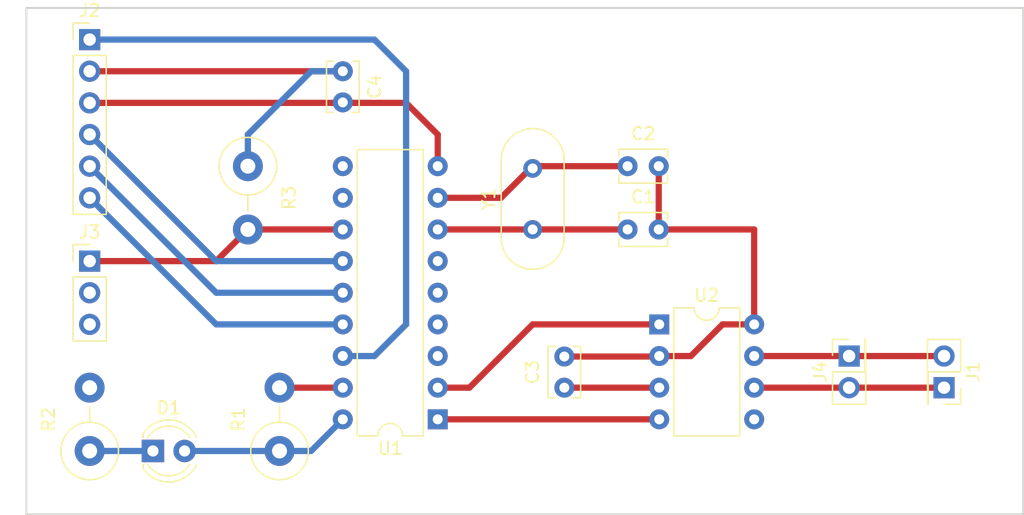
<source format=kicad_pcb>
(kicad_pcb (version 4) (host pcbnew 4.0.6)

  (general
    (links 35)
    (no_connects 7)
    (area 76.124999 50.724999 156.285001 91.515001)
    (thickness 1.6)
    (drawings 4)
    (tracks 50)
    (zones 0)
    (modules 15)
    (nets 16)
  )

  (page A4)
  (layers
    (0 F.Cu signal)
    (31 B.Cu signal)
    (32 B.Adhes user)
    (33 F.Adhes user)
    (34 B.Paste user)
    (35 F.Paste user)
    (36 B.SilkS user)
    (37 F.SilkS user)
    (38 B.Mask user)
    (39 F.Mask user)
    (40 Dwgs.User user)
    (41 Cmts.User user)
    (42 Eco1.User user)
    (43 Eco2.User user)
    (44 Edge.Cuts user)
    (45 Margin user)
    (46 B.CrtYd user)
    (47 F.CrtYd user)
    (48 B.Fab user)
    (49 F.Fab user)
  )

  (setup
    (last_trace_width 0.5)
    (trace_clearance 0.2)
    (zone_clearance 0.508)
    (zone_45_only no)
    (trace_min 0.2)
    (segment_width 0.2)
    (edge_width 0.15)
    (via_size 0.6)
    (via_drill 0.4)
    (via_min_size 0.4)
    (via_min_drill 0.3)
    (uvia_size 0.3)
    (uvia_drill 0.1)
    (uvias_allowed no)
    (uvia_min_size 0.2)
    (uvia_min_drill 0.1)
    (pcb_text_width 0.3)
    (pcb_text_size 1.5 1.5)
    (mod_edge_width 0.15)
    (mod_text_size 1 1)
    (mod_text_width 0.15)
    (pad_size 1.524 1.524)
    (pad_drill 0.762)
    (pad_to_mask_clearance 0.2)
    (aux_axis_origin 0 0)
    (visible_elements FFFFFF7F)
    (pcbplotparams
      (layerselection 0x00030_80000001)
      (usegerberextensions false)
      (excludeedgelayer true)
      (linewidth 0.100000)
      (plotframeref false)
      (viasonmask false)
      (mode 1)
      (useauxorigin false)
      (hpglpennumber 1)
      (hpglpenspeed 20)
      (hpglpendiameter 15)
      (hpglpenoverlay 2)
      (psnegative false)
      (psa4output false)
      (plotreference true)
      (plotvalue true)
      (plotinvisibletext false)
      (padsonsilk false)
      (subtractmaskfromsilk false)
      (outputformat 1)
      (mirror false)
      (drillshape 1)
      (scaleselection 1)
      (outputdirectory ""))
  )

  (net 0 "")
  (net 1 "Net-(C1-Pad1)")
  (net 2 GND)
  (net 3 "Net-(C2-Pad1)")
  (net 4 VCC)
  (net 5 "Net-(D1-Pad1)")
  (net 6 /CANL)
  (net 7 /CANH)
  (net 8 /CS)
  (net 9 /MOSI)
  (net 10 /SCK)
  (net 11 /MISO)
  (net 12 /INT)
  (net 13 /TXCAN)
  (net 14 /RXCAN)
  (net 15 "Net-(R1-Pad2)")

  (net_class Default "This is the default net class."
    (clearance 0.2)
    (trace_width 0.5)
    (via_dia 0.6)
    (via_drill 0.4)
    (uvia_dia 0.3)
    (uvia_drill 0.1)
    (add_net /CANH)
    (add_net /CANL)
    (add_net /CS)
    (add_net /INT)
    (add_net /MISO)
    (add_net /MOSI)
    (add_net /RXCAN)
    (add_net /SCK)
    (add_net /TXCAN)
    (add_net GND)
    (add_net "Net-(C1-Pad1)")
    (add_net "Net-(C2-Pad1)")
    (add_net "Net-(D1-Pad1)")
    (add_net "Net-(R1-Pad2)")
    (add_net VCC)
  )

  (module Capacitors_THT:C_Disc_D3.8mm_W2.6mm_P2.50mm (layer F.Cu) (tedit 597BC7C2) (tstamp 59F21CBB)
    (at 124.46 68.58)
    (descr "C, Disc series, Radial, pin pitch=2.50mm, , diameter*width=3.8*2.6mm^2, Capacitor, http://www.vishay.com/docs/45233/krseries.pdf")
    (tags "C Disc series Radial pin pitch 2.50mm  diameter 3.8mm width 2.6mm Capacitor")
    (path /59F20AE5)
    (fp_text reference C1 (at 1.25 -2.61) (layer F.SilkS)
      (effects (font (size 1 1) (thickness 0.15)))
    )
    (fp_text value 22pF (at 1.25 2.61) (layer F.Fab)
      (effects (font (size 1 1) (thickness 0.15)))
    )
    (fp_line (start -0.65 -1.3) (end -0.65 1.3) (layer F.Fab) (width 0.1))
    (fp_line (start -0.65 1.3) (end 3.15 1.3) (layer F.Fab) (width 0.1))
    (fp_line (start 3.15 1.3) (end 3.15 -1.3) (layer F.Fab) (width 0.1))
    (fp_line (start 3.15 -1.3) (end -0.65 -1.3) (layer F.Fab) (width 0.1))
    (fp_line (start -0.71 -1.36) (end 3.21 -1.36) (layer F.SilkS) (width 0.12))
    (fp_line (start -0.71 1.36) (end 3.21 1.36) (layer F.SilkS) (width 0.12))
    (fp_line (start -0.71 -1.36) (end -0.71 -0.75) (layer F.SilkS) (width 0.12))
    (fp_line (start -0.71 0.75) (end -0.71 1.36) (layer F.SilkS) (width 0.12))
    (fp_line (start 3.21 -1.36) (end 3.21 -0.75) (layer F.SilkS) (width 0.12))
    (fp_line (start 3.21 0.75) (end 3.21 1.36) (layer F.SilkS) (width 0.12))
    (fp_line (start -1.05 -1.65) (end -1.05 1.65) (layer F.CrtYd) (width 0.05))
    (fp_line (start -1.05 1.65) (end 3.55 1.65) (layer F.CrtYd) (width 0.05))
    (fp_line (start 3.55 1.65) (end 3.55 -1.65) (layer F.CrtYd) (width 0.05))
    (fp_line (start 3.55 -1.65) (end -1.05 -1.65) (layer F.CrtYd) (width 0.05))
    (fp_text user %R (at 1.25 0) (layer F.Fab)
      (effects (font (size 1 1) (thickness 0.15)))
    )
    (pad 1 thru_hole circle (at 0 0) (size 1.6 1.6) (drill 0.8) (layers *.Cu *.Mask)
      (net 1 "Net-(C1-Pad1)"))
    (pad 2 thru_hole circle (at 2.5 0) (size 1.6 1.6) (drill 0.8) (layers *.Cu *.Mask)
      (net 2 GND))
    (model ${KISYS3DMOD}/Capacitors_THT.3dshapes/C_Disc_D3.8mm_W2.6mm_P2.50mm.wrl
      (at (xyz 0 0 0))
      (scale (xyz 1 1 1))
      (rotate (xyz 0 0 0))
    )
  )

  (module Capacitors_THT:C_Disc_D3.8mm_W2.6mm_P2.50mm (layer F.Cu) (tedit 597BC7C2) (tstamp 59F21CC1)
    (at 124.46 63.5)
    (descr "C, Disc series, Radial, pin pitch=2.50mm, , diameter*width=3.8*2.6mm^2, Capacitor, http://www.vishay.com/docs/45233/krseries.pdf")
    (tags "C Disc series Radial pin pitch 2.50mm  diameter 3.8mm width 2.6mm Capacitor")
    (path /59F20B25)
    (fp_text reference C2 (at 1.25 -2.61) (layer F.SilkS)
      (effects (font (size 1 1) (thickness 0.15)))
    )
    (fp_text value 22pF (at 1.25 2.61) (layer F.Fab)
      (effects (font (size 1 1) (thickness 0.15)))
    )
    (fp_line (start -0.65 -1.3) (end -0.65 1.3) (layer F.Fab) (width 0.1))
    (fp_line (start -0.65 1.3) (end 3.15 1.3) (layer F.Fab) (width 0.1))
    (fp_line (start 3.15 1.3) (end 3.15 -1.3) (layer F.Fab) (width 0.1))
    (fp_line (start 3.15 -1.3) (end -0.65 -1.3) (layer F.Fab) (width 0.1))
    (fp_line (start -0.71 -1.36) (end 3.21 -1.36) (layer F.SilkS) (width 0.12))
    (fp_line (start -0.71 1.36) (end 3.21 1.36) (layer F.SilkS) (width 0.12))
    (fp_line (start -0.71 -1.36) (end -0.71 -0.75) (layer F.SilkS) (width 0.12))
    (fp_line (start -0.71 0.75) (end -0.71 1.36) (layer F.SilkS) (width 0.12))
    (fp_line (start 3.21 -1.36) (end 3.21 -0.75) (layer F.SilkS) (width 0.12))
    (fp_line (start 3.21 0.75) (end 3.21 1.36) (layer F.SilkS) (width 0.12))
    (fp_line (start -1.05 -1.65) (end -1.05 1.65) (layer F.CrtYd) (width 0.05))
    (fp_line (start -1.05 1.65) (end 3.55 1.65) (layer F.CrtYd) (width 0.05))
    (fp_line (start 3.55 1.65) (end 3.55 -1.65) (layer F.CrtYd) (width 0.05))
    (fp_line (start 3.55 -1.65) (end -1.05 -1.65) (layer F.CrtYd) (width 0.05))
    (fp_text user %R (at 1.25 0) (layer F.Fab)
      (effects (font (size 1 1) (thickness 0.15)))
    )
    (pad 1 thru_hole circle (at 0 0) (size 1.6 1.6) (drill 0.8) (layers *.Cu *.Mask)
      (net 3 "Net-(C2-Pad1)"))
    (pad 2 thru_hole circle (at 2.5 0) (size 1.6 1.6) (drill 0.8) (layers *.Cu *.Mask)
      (net 2 GND))
    (model ${KISYS3DMOD}/Capacitors_THT.3dshapes/C_Disc_D3.8mm_W2.6mm_P2.50mm.wrl
      (at (xyz 0 0 0))
      (scale (xyz 1 1 1))
      (rotate (xyz 0 0 0))
    )
  )

  (module Capacitors_THT:C_Rect_L4.0mm_W2.5mm_P2.50mm (layer F.Cu) (tedit 597BC7C2) (tstamp 59F21CC7)
    (at 119.38 81.28 90)
    (descr "C, Rect series, Radial, pin pitch=2.50mm, , length*width=4*2.5mm^2, Capacitor")
    (tags "C Rect series Radial pin pitch 2.50mm  length 4mm width 2.5mm Capacitor")
    (path /59F2247D)
    (fp_text reference C3 (at 1.25 -2.56 90) (layer F.SilkS)
      (effects (font (size 1 1) (thickness 0.15)))
    )
    (fp_text value 0.1uF (at 1.25 2.56 90) (layer F.Fab)
      (effects (font (size 1 1) (thickness 0.15)))
    )
    (fp_line (start -0.75 -1.25) (end -0.75 1.25) (layer F.Fab) (width 0.1))
    (fp_line (start -0.75 1.25) (end 3.25 1.25) (layer F.Fab) (width 0.1))
    (fp_line (start 3.25 1.25) (end 3.25 -1.25) (layer F.Fab) (width 0.1))
    (fp_line (start 3.25 -1.25) (end -0.75 -1.25) (layer F.Fab) (width 0.1))
    (fp_line (start -0.81 -1.31) (end 3.31 -1.31) (layer F.SilkS) (width 0.12))
    (fp_line (start -0.81 1.31) (end 3.31 1.31) (layer F.SilkS) (width 0.12))
    (fp_line (start -0.81 -1.31) (end -0.81 -0.75) (layer F.SilkS) (width 0.12))
    (fp_line (start -0.81 0.75) (end -0.81 1.31) (layer F.SilkS) (width 0.12))
    (fp_line (start 3.31 -1.31) (end 3.31 -0.75) (layer F.SilkS) (width 0.12))
    (fp_line (start 3.31 0.75) (end 3.31 1.31) (layer F.SilkS) (width 0.12))
    (fp_line (start -1.1 -1.6) (end -1.1 1.6) (layer F.CrtYd) (width 0.05))
    (fp_line (start -1.1 1.6) (end 3.6 1.6) (layer F.CrtYd) (width 0.05))
    (fp_line (start 3.6 1.6) (end 3.6 -1.6) (layer F.CrtYd) (width 0.05))
    (fp_line (start 3.6 -1.6) (end -1.1 -1.6) (layer F.CrtYd) (width 0.05))
    (fp_text user %R (at 1.25 0 90) (layer F.Fab)
      (effects (font (size 1 1) (thickness 0.15)))
    )
    (pad 1 thru_hole circle (at 0 0 90) (size 1.6 1.6) (drill 0.8) (layers *.Cu *.Mask)
      (net 4 VCC))
    (pad 2 thru_hole circle (at 2.5 0 90) (size 1.6 1.6) (drill 0.8) (layers *.Cu *.Mask)
      (net 2 GND))
    (model ${KISYS3DMOD}/Capacitors_THT.3dshapes/C_Rect_L4.0mm_W2.5mm_P2.50mm.wrl
      (at (xyz 0 0 0))
      (scale (xyz 1 1 1))
      (rotate (xyz 0 0 0))
    )
  )

  (module Capacitors_THT:C_Rect_L4.0mm_W2.5mm_P2.50mm (layer F.Cu) (tedit 597BC7C2) (tstamp 59F21CCD)
    (at 101.6 55.88 270)
    (descr "C, Rect series, Radial, pin pitch=2.50mm, , length*width=4*2.5mm^2, Capacitor")
    (tags "C Rect series Radial pin pitch 2.50mm  length 4mm width 2.5mm Capacitor")
    (path /59F225FF)
    (fp_text reference C4 (at 1.25 -2.56 270) (layer F.SilkS)
      (effects (font (size 1 1) (thickness 0.15)))
    )
    (fp_text value 0.1uF (at 1.25 2.56 270) (layer F.Fab)
      (effects (font (size 1 1) (thickness 0.15)))
    )
    (fp_line (start -0.75 -1.25) (end -0.75 1.25) (layer F.Fab) (width 0.1))
    (fp_line (start -0.75 1.25) (end 3.25 1.25) (layer F.Fab) (width 0.1))
    (fp_line (start 3.25 1.25) (end 3.25 -1.25) (layer F.Fab) (width 0.1))
    (fp_line (start 3.25 -1.25) (end -0.75 -1.25) (layer F.Fab) (width 0.1))
    (fp_line (start -0.81 -1.31) (end 3.31 -1.31) (layer F.SilkS) (width 0.12))
    (fp_line (start -0.81 1.31) (end 3.31 1.31) (layer F.SilkS) (width 0.12))
    (fp_line (start -0.81 -1.31) (end -0.81 -0.75) (layer F.SilkS) (width 0.12))
    (fp_line (start -0.81 0.75) (end -0.81 1.31) (layer F.SilkS) (width 0.12))
    (fp_line (start 3.31 -1.31) (end 3.31 -0.75) (layer F.SilkS) (width 0.12))
    (fp_line (start 3.31 0.75) (end 3.31 1.31) (layer F.SilkS) (width 0.12))
    (fp_line (start -1.1 -1.6) (end -1.1 1.6) (layer F.CrtYd) (width 0.05))
    (fp_line (start -1.1 1.6) (end 3.6 1.6) (layer F.CrtYd) (width 0.05))
    (fp_line (start 3.6 1.6) (end 3.6 -1.6) (layer F.CrtYd) (width 0.05))
    (fp_line (start 3.6 -1.6) (end -1.1 -1.6) (layer F.CrtYd) (width 0.05))
    (fp_text user %R (at 1.25 0 270) (layer F.Fab)
      (effects (font (size 1 1) (thickness 0.15)))
    )
    (pad 1 thru_hole circle (at 0 0 270) (size 1.6 1.6) (drill 0.8) (layers *.Cu *.Mask)
      (net 4 VCC))
    (pad 2 thru_hole circle (at 2.5 0 270) (size 1.6 1.6) (drill 0.8) (layers *.Cu *.Mask)
      (net 2 GND))
    (model ${KISYS3DMOD}/Capacitors_THT.3dshapes/C_Rect_L4.0mm_W2.5mm_P2.50mm.wrl
      (at (xyz 0 0 0))
      (scale (xyz 1 1 1))
      (rotate (xyz 0 0 0))
    )
  )

  (module LEDs:LED_D4.0mm (layer F.Cu) (tedit 587A3A7B) (tstamp 59F21CD3)
    (at 86.36 86.36)
    (descr "LED, diameter 4.0mm, 2 pins, http://www.kingbright.com/attachments/file/psearch/000/00/00/L-43GD(Ver.12B).pdf")
    (tags "LED diameter 4.0mm 2 pins")
    (path /59F212F0)
    (fp_text reference D1 (at 1.27 -3.46) (layer F.SilkS)
      (effects (font (size 1 1) (thickness 0.15)))
    )
    (fp_text value LED (at 1.27 3.46) (layer F.Fab)
      (effects (font (size 1 1) (thickness 0.15)))
    )
    (fp_arc (start 1.27 0) (end -0.73 -1.32665) (angle 292.9) (layer F.Fab) (width 0.1))
    (fp_arc (start 1.27 0) (end -0.79 -1.398749) (angle 120.1) (layer F.SilkS) (width 0.12))
    (fp_arc (start 1.27 0) (end -0.79 1.398749) (angle -120.1) (layer F.SilkS) (width 0.12))
    (fp_arc (start 1.27 0) (end -0.41333 -1.08) (angle 114.6) (layer F.SilkS) (width 0.12))
    (fp_arc (start 1.27 0) (end -0.41333 1.08) (angle -114.6) (layer F.SilkS) (width 0.12))
    (fp_circle (center 1.27 0) (end 3.27 0) (layer F.Fab) (width 0.1))
    (fp_line (start -0.73 -1.32665) (end -0.73 1.32665) (layer F.Fab) (width 0.1))
    (fp_line (start -0.79 -1.399) (end -0.79 -1.08) (layer F.SilkS) (width 0.12))
    (fp_line (start -0.79 1.08) (end -0.79 1.399) (layer F.SilkS) (width 0.12))
    (fp_line (start -1.45 -2.75) (end -1.45 2.75) (layer F.CrtYd) (width 0.05))
    (fp_line (start -1.45 2.75) (end 4 2.75) (layer F.CrtYd) (width 0.05))
    (fp_line (start 4 2.75) (end 4 -2.75) (layer F.CrtYd) (width 0.05))
    (fp_line (start 4 -2.75) (end -1.45 -2.75) (layer F.CrtYd) (width 0.05))
    (pad 1 thru_hole rect (at 0 0) (size 1.8 1.8) (drill 0.9) (layers *.Cu *.Mask)
      (net 5 "Net-(D1-Pad1)"))
    (pad 2 thru_hole circle (at 2.54 0) (size 1.8 1.8) (drill 0.9) (layers *.Cu *.Mask)
      (net 4 VCC))
    (model ${KISYS3DMOD}/LEDs.3dshapes/LED_D4.0mm.wrl
      (at (xyz 0 0 0))
      (scale (xyz 0.393701 0.393701 0.393701))
      (rotate (xyz 0 0 0))
    )
  )

  (module Socket_Strips:Socket_Strip_Straight_2x01_Pitch2.54mm (layer F.Cu) (tedit 58CD5448) (tstamp 59F21CD9)
    (at 149.86 81.28 270)
    (descr "Through hole straight socket strip, 2x01, 2.54mm pitch, double rows")
    (tags "Through hole socket strip THT 2x01 2.54mm double row")
    (path /59F229A3)
    (fp_text reference J1 (at -1.27 -2.33 270) (layer F.SilkS)
      (effects (font (size 1 1) (thickness 0.15)))
    )
    (fp_text value CONN_01X02_MALE (at -1.27 2.33 270) (layer F.Fab)
      (effects (font (size 1 1) (thickness 0.15)))
    )
    (fp_line (start -3.81 -1.27) (end -3.81 1.27) (layer F.Fab) (width 0.1))
    (fp_line (start -3.81 1.27) (end 1.27 1.27) (layer F.Fab) (width 0.1))
    (fp_line (start 1.27 1.27) (end 1.27 -1.27) (layer F.Fab) (width 0.1))
    (fp_line (start 1.27 -1.27) (end -3.81 -1.27) (layer F.Fab) (width 0.1))
    (fp_line (start 1.33 1.27) (end 1.33 1.33) (layer F.SilkS) (width 0.12))
    (fp_line (start 1.33 1.33) (end -3.87 1.33) (layer F.SilkS) (width 0.12))
    (fp_line (start -3.87 1.33) (end -3.87 -1.33) (layer F.SilkS) (width 0.12))
    (fp_line (start -3.87 -1.33) (end -1.27 -1.33) (layer F.SilkS) (width 0.12))
    (fp_line (start -1.27 -1.33) (end -1.27 1.27) (layer F.SilkS) (width 0.12))
    (fp_line (start -1.27 1.27) (end 1.33 1.27) (layer F.SilkS) (width 0.12))
    (fp_line (start 1.33 0) (end 1.33 -1.33) (layer F.SilkS) (width 0.12))
    (fp_line (start 1.33 -1.33) (end 0.06 -1.33) (layer F.SilkS) (width 0.12))
    (fp_line (start -4.35 -1.8) (end -4.35 1.8) (layer F.CrtYd) (width 0.05))
    (fp_line (start -4.35 1.8) (end 1.8 1.8) (layer F.CrtYd) (width 0.05))
    (fp_line (start 1.8 1.8) (end 1.8 -1.8) (layer F.CrtYd) (width 0.05))
    (fp_line (start 1.8 -1.8) (end -4.35 -1.8) (layer F.CrtYd) (width 0.05))
    (fp_text user %R (at -1.27 -2.33 270) (layer F.Fab)
      (effects (font (size 1 1) (thickness 0.15)))
    )
    (pad 1 thru_hole rect (at 0 0 270) (size 1.7 1.7) (drill 1) (layers *.Cu *.Mask)
      (net 6 /CANL))
    (pad 2 thru_hole oval (at -2.54 0 270) (size 1.7 1.7) (drill 1) (layers *.Cu *.Mask)
      (net 7 /CANH))
    (model ${KISYS3DMOD}/Socket_Strips.3dshapes/Socket_Strip_Straight_2x01_Pitch2.54mm.wrl
      (at (xyz -0.05 0 0))
      (scale (xyz 1 1 1))
      (rotate (xyz 0 0 270))
    )
  )

  (module Socket_Strips:Socket_Strip_Straight_1x06_Pitch2.54mm (layer F.Cu) (tedit 58CD5446) (tstamp 59F21CE3)
    (at 81.28 53.34)
    (descr "Through hole straight socket strip, 1x06, 2.54mm pitch, single row")
    (tags "Through hole socket strip THT 1x06 2.54mm single row")
    (path /59F20873)
    (fp_text reference J2 (at 0 -2.33) (layer F.SilkS)
      (effects (font (size 1 1) (thickness 0.15)))
    )
    (fp_text value CONN_01X06 (at 0 15.03) (layer F.Fab)
      (effects (font (size 1 1) (thickness 0.15)))
    )
    (fp_line (start -1.27 -1.27) (end -1.27 13.97) (layer F.Fab) (width 0.1))
    (fp_line (start -1.27 13.97) (end 1.27 13.97) (layer F.Fab) (width 0.1))
    (fp_line (start 1.27 13.97) (end 1.27 -1.27) (layer F.Fab) (width 0.1))
    (fp_line (start 1.27 -1.27) (end -1.27 -1.27) (layer F.Fab) (width 0.1))
    (fp_line (start -1.33 1.27) (end -1.33 14.03) (layer F.SilkS) (width 0.12))
    (fp_line (start -1.33 14.03) (end 1.33 14.03) (layer F.SilkS) (width 0.12))
    (fp_line (start 1.33 14.03) (end 1.33 1.27) (layer F.SilkS) (width 0.12))
    (fp_line (start 1.33 1.27) (end -1.33 1.27) (layer F.SilkS) (width 0.12))
    (fp_line (start -1.33 0) (end -1.33 -1.33) (layer F.SilkS) (width 0.12))
    (fp_line (start -1.33 -1.33) (end 0 -1.33) (layer F.SilkS) (width 0.12))
    (fp_line (start -1.8 -1.8) (end -1.8 14.5) (layer F.CrtYd) (width 0.05))
    (fp_line (start -1.8 14.5) (end 1.8 14.5) (layer F.CrtYd) (width 0.05))
    (fp_line (start 1.8 14.5) (end 1.8 -1.8) (layer F.CrtYd) (width 0.05))
    (fp_line (start 1.8 -1.8) (end -1.8 -1.8) (layer F.CrtYd) (width 0.05))
    (fp_text user %R (at 0 -2.33) (layer F.Fab)
      (effects (font (size 1 1) (thickness 0.15)))
    )
    (pad 1 thru_hole rect (at 0 0) (size 1.7 1.7) (drill 1) (layers *.Cu *.Mask)
      (net 8 /CS))
    (pad 2 thru_hole oval (at 0 2.54) (size 1.7 1.7) (drill 1) (layers *.Cu *.Mask)
      (net 4 VCC))
    (pad 3 thru_hole oval (at 0 5.08) (size 1.7 1.7) (drill 1) (layers *.Cu *.Mask)
      (net 2 GND))
    (pad 4 thru_hole oval (at 0 7.62) (size 1.7 1.7) (drill 1) (layers *.Cu *.Mask)
      (net 10 /SCK))
    (pad 5 thru_hole oval (at 0 10.16) (size 1.7 1.7) (drill 1) (layers *.Cu *.Mask)
      (net 9 /MOSI))
    (pad 6 thru_hole oval (at 0 12.7) (size 1.7 1.7) (drill 1) (layers *.Cu *.Mask)
      (net 11 /MISO))
    (model ${KISYS3DMOD}/Socket_Strips.3dshapes/Socket_Strip_Straight_1x06_Pitch2.54mm.wrl
      (at (xyz 0 -0.25 0))
      (scale (xyz 1 1 1))
      (rotate (xyz 0 0 270))
    )
  )

  (module Socket_Strips:Socket_Strip_Straight_1x03_Pitch2.54mm (layer F.Cu) (tedit 58CD5446) (tstamp 59F21CEA)
    (at 81.28 71.12)
    (descr "Through hole straight socket strip, 1x03, 2.54mm pitch, single row")
    (tags "Through hole socket strip THT 1x03 2.54mm single row")
    (path /59F21A54)
    (fp_text reference J3 (at 0 -2.33) (layer F.SilkS)
      (effects (font (size 1 1) (thickness 0.15)))
    )
    (fp_text value CONN_01X03_MALE (at 0 7.41) (layer F.Fab)
      (effects (font (size 1 1) (thickness 0.15)))
    )
    (fp_line (start -1.27 -1.27) (end -1.27 6.35) (layer F.Fab) (width 0.1))
    (fp_line (start -1.27 6.35) (end 1.27 6.35) (layer F.Fab) (width 0.1))
    (fp_line (start 1.27 6.35) (end 1.27 -1.27) (layer F.Fab) (width 0.1))
    (fp_line (start 1.27 -1.27) (end -1.27 -1.27) (layer F.Fab) (width 0.1))
    (fp_line (start -1.33 1.27) (end -1.33 6.41) (layer F.SilkS) (width 0.12))
    (fp_line (start -1.33 6.41) (end 1.33 6.41) (layer F.SilkS) (width 0.12))
    (fp_line (start 1.33 6.41) (end 1.33 1.27) (layer F.SilkS) (width 0.12))
    (fp_line (start 1.33 1.27) (end -1.33 1.27) (layer F.SilkS) (width 0.12))
    (fp_line (start -1.33 0) (end -1.33 -1.33) (layer F.SilkS) (width 0.12))
    (fp_line (start -1.33 -1.33) (end 0 -1.33) (layer F.SilkS) (width 0.12))
    (fp_line (start -1.8 -1.8) (end -1.8 6.85) (layer F.CrtYd) (width 0.05))
    (fp_line (start -1.8 6.85) (end 1.8 6.85) (layer F.CrtYd) (width 0.05))
    (fp_line (start 1.8 6.85) (end 1.8 -1.8) (layer F.CrtYd) (width 0.05))
    (fp_line (start 1.8 -1.8) (end -1.8 -1.8) (layer F.CrtYd) (width 0.05))
    (fp_text user %R (at 0 -2.33) (layer F.Fab)
      (effects (font (size 1 1) (thickness 0.15)))
    )
    (pad 1 thru_hole rect (at 0 0) (size 1.7 1.7) (drill 1) (layers *.Cu *.Mask)
      (net 12 /INT))
    (pad 2 thru_hole oval (at 0 2.54) (size 1.7 1.7) (drill 1) (layers *.Cu *.Mask)
      (net 13 /TXCAN))
    (pad 3 thru_hole oval (at 0 5.08) (size 1.7 1.7) (drill 1) (layers *.Cu *.Mask)
      (net 14 /RXCAN))
    (model ${KISYS3DMOD}/Socket_Strips.3dshapes/Socket_Strip_Straight_1x03_Pitch2.54mm.wrl
      (at (xyz 0 -0.1 0))
      (scale (xyz 1 1 1))
      (rotate (xyz 0 0 270))
    )
  )

  (module Socket_Strips:Socket_Strip_Straight_2x01_Pitch2.54mm (layer F.Cu) (tedit 58CD5448) (tstamp 59F21CF0)
    (at 142.24 78.74 90)
    (descr "Through hole straight socket strip, 2x01, 2.54mm pitch, double rows")
    (tags "Through hole socket strip THT 2x01 2.54mm double row")
    (path /59F22FF8)
    (fp_text reference J4 (at -1.27 -2.33 90) (layer F.SilkS)
      (effects (font (size 1 1) (thickness 0.15)))
    )
    (fp_text value CONN_01X02_FEMALE (at -1.27 2.33 90) (layer F.Fab)
      (effects (font (size 1 1) (thickness 0.15)))
    )
    (fp_line (start -3.81 -1.27) (end -3.81 1.27) (layer F.Fab) (width 0.1))
    (fp_line (start -3.81 1.27) (end 1.27 1.27) (layer F.Fab) (width 0.1))
    (fp_line (start 1.27 1.27) (end 1.27 -1.27) (layer F.Fab) (width 0.1))
    (fp_line (start 1.27 -1.27) (end -3.81 -1.27) (layer F.Fab) (width 0.1))
    (fp_line (start 1.33 1.27) (end 1.33 1.33) (layer F.SilkS) (width 0.12))
    (fp_line (start 1.33 1.33) (end -3.87 1.33) (layer F.SilkS) (width 0.12))
    (fp_line (start -3.87 1.33) (end -3.87 -1.33) (layer F.SilkS) (width 0.12))
    (fp_line (start -3.87 -1.33) (end -1.27 -1.33) (layer F.SilkS) (width 0.12))
    (fp_line (start -1.27 -1.33) (end -1.27 1.27) (layer F.SilkS) (width 0.12))
    (fp_line (start -1.27 1.27) (end 1.33 1.27) (layer F.SilkS) (width 0.12))
    (fp_line (start 1.33 0) (end 1.33 -1.33) (layer F.SilkS) (width 0.12))
    (fp_line (start 1.33 -1.33) (end 0.06 -1.33) (layer F.SilkS) (width 0.12))
    (fp_line (start -4.35 -1.8) (end -4.35 1.8) (layer F.CrtYd) (width 0.05))
    (fp_line (start -4.35 1.8) (end 1.8 1.8) (layer F.CrtYd) (width 0.05))
    (fp_line (start 1.8 1.8) (end 1.8 -1.8) (layer F.CrtYd) (width 0.05))
    (fp_line (start 1.8 -1.8) (end -4.35 -1.8) (layer F.CrtYd) (width 0.05))
    (fp_text user %R (at -1.27 -2.33 90) (layer F.Fab)
      (effects (font (size 1 1) (thickness 0.15)))
    )
    (pad 1 thru_hole rect (at 0 0 90) (size 1.7 1.7) (drill 1) (layers *.Cu *.Mask)
      (net 7 /CANH))
    (pad 2 thru_hole oval (at -2.54 0 90) (size 1.7 1.7) (drill 1) (layers *.Cu *.Mask)
      (net 6 /CANL))
    (model ${KISYS3DMOD}/Socket_Strips.3dshapes/Socket_Strip_Straight_2x01_Pitch2.54mm.wrl
      (at (xyz -0.05 0 0))
      (scale (xyz 1 1 1))
      (rotate (xyz 0 0 270))
    )
  )

  (module Resistors_THT:R_Axial_DIN0414_L11.9mm_D4.5mm_P5.08mm_Vertical (layer F.Cu) (tedit 5874F706) (tstamp 59F21CF6)
    (at 96.52 86.36 90)
    (descr "Resistor, Axial_DIN0414 series, Axial, Vertical, pin pitch=5.08mm, 2W, length*diameter=11.9*4.5mm^2, http://www.vishay.com/docs/20128/wkxwrx.pdf")
    (tags "Resistor Axial_DIN0414 series Axial Vertical pin pitch 5.08mm 2W length 11.9mm diameter 4.5mm")
    (path /59F207CF)
    (fp_text reference R1 (at 2.54 -3.31 90) (layer F.SilkS)
      (effects (font (size 1 1) (thickness 0.15)))
    )
    (fp_text value 10k (at 2.54 3.31 90) (layer F.Fab)
      (effects (font (size 1 1) (thickness 0.15)))
    )
    (fp_circle (center 0 0) (end 2.25 0) (layer F.Fab) (width 0.1))
    (fp_circle (center 0 0) (end 2.31 0) (layer F.SilkS) (width 0.12))
    (fp_line (start 0 0) (end 5.08 0) (layer F.Fab) (width 0.1))
    (fp_line (start 2.31 0) (end 3.58 0) (layer F.SilkS) (width 0.12))
    (fp_line (start -2.6 -2.6) (end -2.6 2.6) (layer F.CrtYd) (width 0.05))
    (fp_line (start -2.6 2.6) (end 6.6 2.6) (layer F.CrtYd) (width 0.05))
    (fp_line (start 6.6 2.6) (end 6.6 -2.6) (layer F.CrtYd) (width 0.05))
    (fp_line (start 6.6 -2.6) (end -2.6 -2.6) (layer F.CrtYd) (width 0.05))
    (pad 1 thru_hole circle (at 0 0 90) (size 2.4 2.4) (drill 1.2) (layers *.Cu *.Mask)
      (net 4 VCC))
    (pad 2 thru_hole oval (at 5.08 0 90) (size 2.4 2.4) (drill 1.2) (layers *.Cu *.Mask)
      (net 15 "Net-(R1-Pad2)"))
    (model ${KISYS3DMOD}/Resistors_THT.3dshapes/R_Axial_DIN0414_L11.9mm_D4.5mm_P5.08mm_Vertical.wrl
      (at (xyz 0 0 0))
      (scale (xyz 0.393701 0.393701 0.393701))
      (rotate (xyz 0 0 0))
    )
  )

  (module Resistors_THT:R_Axial_DIN0414_L11.9mm_D4.5mm_P5.08mm_Vertical (layer F.Cu) (tedit 5874F706) (tstamp 59F21CFC)
    (at 81.28 86.36 90)
    (descr "Resistor, Axial_DIN0414 series, Axial, Vertical, pin pitch=5.08mm, 2W, length*diameter=11.9*4.5mm^2, http://www.vishay.com/docs/20128/wkxwrx.pdf")
    (tags "Resistor Axial_DIN0414 series Axial Vertical pin pitch 5.08mm 2W length 11.9mm diameter 4.5mm")
    (path /59F21335)
    (fp_text reference R2 (at 2.54 -3.31 90) (layer F.SilkS)
      (effects (font (size 1 1) (thickness 0.15)))
    )
    (fp_text value 330 (at 2.54 3.31 90) (layer F.Fab)
      (effects (font (size 1 1) (thickness 0.15)))
    )
    (fp_circle (center 0 0) (end 2.25 0) (layer F.Fab) (width 0.1))
    (fp_circle (center 0 0) (end 2.31 0) (layer F.SilkS) (width 0.12))
    (fp_line (start 0 0) (end 5.08 0) (layer F.Fab) (width 0.1))
    (fp_line (start 2.31 0) (end 3.58 0) (layer F.SilkS) (width 0.12))
    (fp_line (start -2.6 -2.6) (end -2.6 2.6) (layer F.CrtYd) (width 0.05))
    (fp_line (start -2.6 2.6) (end 6.6 2.6) (layer F.CrtYd) (width 0.05))
    (fp_line (start 6.6 2.6) (end 6.6 -2.6) (layer F.CrtYd) (width 0.05))
    (fp_line (start 6.6 -2.6) (end -2.6 -2.6) (layer F.CrtYd) (width 0.05))
    (pad 1 thru_hole circle (at 0 0 90) (size 2.4 2.4) (drill 1.2) (layers *.Cu *.Mask)
      (net 5 "Net-(D1-Pad1)"))
    (pad 2 thru_hole oval (at 5.08 0 90) (size 2.4 2.4) (drill 1.2) (layers *.Cu *.Mask)
      (net 2 GND))
    (model ${KISYS3DMOD}/Resistors_THT.3dshapes/R_Axial_DIN0414_L11.9mm_D4.5mm_P5.08mm_Vertical.wrl
      (at (xyz 0 0 0))
      (scale (xyz 0.393701 0.393701 0.393701))
      (rotate (xyz 0 0 0))
    )
  )

  (module Resistors_THT:R_Axial_DIN0414_L11.9mm_D4.5mm_P5.08mm_Vertical (layer F.Cu) (tedit 5874F706) (tstamp 59F21D02)
    (at 93.98 63.5 270)
    (descr "Resistor, Axial_DIN0414 series, Axial, Vertical, pin pitch=5.08mm, 2W, length*diameter=11.9*4.5mm^2, http://www.vishay.com/docs/20128/wkxwrx.pdf")
    (tags "Resistor Axial_DIN0414 series Axial Vertical pin pitch 5.08mm 2W length 11.9mm diameter 4.5mm")
    (path /59F22CA2)
    (fp_text reference R3 (at 2.54 -3.31 270) (layer F.SilkS)
      (effects (font (size 1 1) (thickness 0.15)))
    )
    (fp_text value 10k (at 2.54 3.31 270) (layer F.Fab)
      (effects (font (size 1 1) (thickness 0.15)))
    )
    (fp_circle (center 0 0) (end 2.25 0) (layer F.Fab) (width 0.1))
    (fp_circle (center 0 0) (end 2.31 0) (layer F.SilkS) (width 0.12))
    (fp_line (start 0 0) (end 5.08 0) (layer F.Fab) (width 0.1))
    (fp_line (start 2.31 0) (end 3.58 0) (layer F.SilkS) (width 0.12))
    (fp_line (start -2.6 -2.6) (end -2.6 2.6) (layer F.CrtYd) (width 0.05))
    (fp_line (start -2.6 2.6) (end 6.6 2.6) (layer F.CrtYd) (width 0.05))
    (fp_line (start 6.6 2.6) (end 6.6 -2.6) (layer F.CrtYd) (width 0.05))
    (fp_line (start 6.6 -2.6) (end -2.6 -2.6) (layer F.CrtYd) (width 0.05))
    (pad 1 thru_hole circle (at 0 0 270) (size 2.4 2.4) (drill 1.2) (layers *.Cu *.Mask)
      (net 4 VCC))
    (pad 2 thru_hole oval (at 5.08 0 270) (size 2.4 2.4) (drill 1.2) (layers *.Cu *.Mask)
      (net 12 /INT))
    (model ${KISYS3DMOD}/Resistors_THT.3dshapes/R_Axial_DIN0414_L11.9mm_D4.5mm_P5.08mm_Vertical.wrl
      (at (xyz 0 0 0))
      (scale (xyz 0.393701 0.393701 0.393701))
      (rotate (xyz 0 0 0))
    )
  )

  (module Housings_DIP:DIP-18_W7.62mm (layer F.Cu) (tedit 59C78D6B) (tstamp 59F21D18)
    (at 109.22 83.82 180)
    (descr "18-lead though-hole mounted DIP package, row spacing 7.62 mm (300 mils)")
    (tags "THT DIP DIL PDIP 2.54mm 7.62mm 300mil")
    (path /59F205D3)
    (fp_text reference U1 (at 3.81 -2.33 180) (layer F.SilkS)
      (effects (font (size 1 1) (thickness 0.15)))
    )
    (fp_text value MCP2515_DIP (at 3.81 22.65 180) (layer F.Fab)
      (effects (font (size 1 1) (thickness 0.15)))
    )
    (fp_arc (start 3.81 -1.33) (end 2.81 -1.33) (angle -180) (layer F.SilkS) (width 0.12))
    (fp_line (start 1.635 -1.27) (end 6.985 -1.27) (layer F.Fab) (width 0.1))
    (fp_line (start 6.985 -1.27) (end 6.985 21.59) (layer F.Fab) (width 0.1))
    (fp_line (start 6.985 21.59) (end 0.635 21.59) (layer F.Fab) (width 0.1))
    (fp_line (start 0.635 21.59) (end 0.635 -0.27) (layer F.Fab) (width 0.1))
    (fp_line (start 0.635 -0.27) (end 1.635 -1.27) (layer F.Fab) (width 0.1))
    (fp_line (start 2.81 -1.33) (end 1.16 -1.33) (layer F.SilkS) (width 0.12))
    (fp_line (start 1.16 -1.33) (end 1.16 21.65) (layer F.SilkS) (width 0.12))
    (fp_line (start 1.16 21.65) (end 6.46 21.65) (layer F.SilkS) (width 0.12))
    (fp_line (start 6.46 21.65) (end 6.46 -1.33) (layer F.SilkS) (width 0.12))
    (fp_line (start 6.46 -1.33) (end 4.81 -1.33) (layer F.SilkS) (width 0.12))
    (fp_line (start -1.1 -1.55) (end -1.1 21.85) (layer F.CrtYd) (width 0.05))
    (fp_line (start -1.1 21.85) (end 8.7 21.85) (layer F.CrtYd) (width 0.05))
    (fp_line (start 8.7 21.85) (end 8.7 -1.55) (layer F.CrtYd) (width 0.05))
    (fp_line (start 8.7 -1.55) (end -1.1 -1.55) (layer F.CrtYd) (width 0.05))
    (fp_text user %R (at 3.81 10.16 180) (layer F.Fab)
      (effects (font (size 1 1) (thickness 0.15)))
    )
    (pad 1 thru_hole rect (at 0 0 180) (size 1.6 1.6) (drill 0.8) (layers *.Cu *.Mask)
      (net 14 /RXCAN))
    (pad 10 thru_hole oval (at 7.62 20.32 180) (size 1.6 1.6) (drill 0.8) (layers *.Cu *.Mask))
    (pad 2 thru_hole oval (at 0 2.54 180) (size 1.6 1.6) (drill 0.8) (layers *.Cu *.Mask)
      (net 13 /TXCAN))
    (pad 11 thru_hole oval (at 7.62 17.78 180) (size 1.6 1.6) (drill 0.8) (layers *.Cu *.Mask))
    (pad 3 thru_hole oval (at 0 5.08 180) (size 1.6 1.6) (drill 0.8) (layers *.Cu *.Mask))
    (pad 12 thru_hole oval (at 7.62 15.24 180) (size 1.6 1.6) (drill 0.8) (layers *.Cu *.Mask)
      (net 12 /INT))
    (pad 4 thru_hole oval (at 0 7.62 180) (size 1.6 1.6) (drill 0.8) (layers *.Cu *.Mask))
    (pad 13 thru_hole oval (at 7.62 12.7 180) (size 1.6 1.6) (drill 0.8) (layers *.Cu *.Mask)
      (net 10 /SCK))
    (pad 5 thru_hole oval (at 0 10.16 180) (size 1.6 1.6) (drill 0.8) (layers *.Cu *.Mask))
    (pad 14 thru_hole oval (at 7.62 10.16 180) (size 1.6 1.6) (drill 0.8) (layers *.Cu *.Mask)
      (net 9 /MOSI))
    (pad 6 thru_hole oval (at 0 12.7 180) (size 1.6 1.6) (drill 0.8) (layers *.Cu *.Mask))
    (pad 15 thru_hole oval (at 7.62 7.62 180) (size 1.6 1.6) (drill 0.8) (layers *.Cu *.Mask)
      (net 11 /MISO))
    (pad 7 thru_hole oval (at 0 15.24 180) (size 1.6 1.6) (drill 0.8) (layers *.Cu *.Mask)
      (net 1 "Net-(C1-Pad1)"))
    (pad 16 thru_hole oval (at 7.62 5.08 180) (size 1.6 1.6) (drill 0.8) (layers *.Cu *.Mask)
      (net 8 /CS))
    (pad 8 thru_hole oval (at 0 17.78 180) (size 1.6 1.6) (drill 0.8) (layers *.Cu *.Mask)
      (net 3 "Net-(C2-Pad1)"))
    (pad 17 thru_hole oval (at 7.62 2.54 180) (size 1.6 1.6) (drill 0.8) (layers *.Cu *.Mask)
      (net 15 "Net-(R1-Pad2)"))
    (pad 9 thru_hole oval (at 0 20.32 180) (size 1.6 1.6) (drill 0.8) (layers *.Cu *.Mask)
      (net 2 GND))
    (pad 18 thru_hole oval (at 7.62 0 180) (size 1.6 1.6) (drill 0.8) (layers *.Cu *.Mask)
      (net 4 VCC))
    (model ${KISYS3DMOD}/Housings_DIP.3dshapes/DIP-18_W7.62mm.wrl
      (at (xyz 0 0 0))
      (scale (xyz 1 1 1))
      (rotate (xyz 0 0 0))
    )
  )

  (module Housings_DIP:DIP-8_W7.62mm (layer F.Cu) (tedit 59C78D6B) (tstamp 59F21D24)
    (at 127 76.2)
    (descr "8-lead though-hole mounted DIP package, row spacing 7.62 mm (300 mils)")
    (tags "THT DIP DIL PDIP 2.54mm 7.62mm 300mil")
    (path /59F21FE3)
    (fp_text reference U2 (at 3.81 -2.33) (layer F.SilkS)
      (effects (font (size 1 1) (thickness 0.15)))
    )
    (fp_text value MCP2551-I/P (at 3.81 9.95) (layer F.Fab)
      (effects (font (size 1 1) (thickness 0.15)))
    )
    (fp_arc (start 3.81 -1.33) (end 2.81 -1.33) (angle -180) (layer F.SilkS) (width 0.12))
    (fp_line (start 1.635 -1.27) (end 6.985 -1.27) (layer F.Fab) (width 0.1))
    (fp_line (start 6.985 -1.27) (end 6.985 8.89) (layer F.Fab) (width 0.1))
    (fp_line (start 6.985 8.89) (end 0.635 8.89) (layer F.Fab) (width 0.1))
    (fp_line (start 0.635 8.89) (end 0.635 -0.27) (layer F.Fab) (width 0.1))
    (fp_line (start 0.635 -0.27) (end 1.635 -1.27) (layer F.Fab) (width 0.1))
    (fp_line (start 2.81 -1.33) (end 1.16 -1.33) (layer F.SilkS) (width 0.12))
    (fp_line (start 1.16 -1.33) (end 1.16 8.95) (layer F.SilkS) (width 0.12))
    (fp_line (start 1.16 8.95) (end 6.46 8.95) (layer F.SilkS) (width 0.12))
    (fp_line (start 6.46 8.95) (end 6.46 -1.33) (layer F.SilkS) (width 0.12))
    (fp_line (start 6.46 -1.33) (end 4.81 -1.33) (layer F.SilkS) (width 0.12))
    (fp_line (start -1.1 -1.55) (end -1.1 9.15) (layer F.CrtYd) (width 0.05))
    (fp_line (start -1.1 9.15) (end 8.7 9.15) (layer F.CrtYd) (width 0.05))
    (fp_line (start 8.7 9.15) (end 8.7 -1.55) (layer F.CrtYd) (width 0.05))
    (fp_line (start 8.7 -1.55) (end -1.1 -1.55) (layer F.CrtYd) (width 0.05))
    (fp_text user %R (at 3.81 3.81) (layer F.Fab)
      (effects (font (size 1 1) (thickness 0.15)))
    )
    (pad 1 thru_hole rect (at 0 0) (size 1.6 1.6) (drill 0.8) (layers *.Cu *.Mask)
      (net 13 /TXCAN))
    (pad 5 thru_hole oval (at 7.62 7.62) (size 1.6 1.6) (drill 0.8) (layers *.Cu *.Mask))
    (pad 2 thru_hole oval (at 0 2.54) (size 1.6 1.6) (drill 0.8) (layers *.Cu *.Mask)
      (net 2 GND))
    (pad 6 thru_hole oval (at 7.62 5.08) (size 1.6 1.6) (drill 0.8) (layers *.Cu *.Mask)
      (net 6 /CANL))
    (pad 3 thru_hole oval (at 0 5.08) (size 1.6 1.6) (drill 0.8) (layers *.Cu *.Mask)
      (net 4 VCC))
    (pad 7 thru_hole oval (at 7.62 2.54) (size 1.6 1.6) (drill 0.8) (layers *.Cu *.Mask)
      (net 7 /CANH))
    (pad 4 thru_hole oval (at 0 7.62) (size 1.6 1.6) (drill 0.8) (layers *.Cu *.Mask)
      (net 14 /RXCAN))
    (pad 8 thru_hole oval (at 7.62 0) (size 1.6 1.6) (drill 0.8) (layers *.Cu *.Mask)
      (net 2 GND))
    (model ${KISYS3DMOD}/Housings_DIP.3dshapes/DIP-8_W7.62mm.wrl
      (at (xyz 0 0 0))
      (scale (xyz 1 1 1))
      (rotate (xyz 0 0 0))
    )
  )

  (module Crystals:Crystal_HC18-U_Vertical (layer F.Cu) (tedit 58CD2E9B) (tstamp 59F21D2A)
    (at 116.84 68.58 90)
    (descr "Crystal THT HC-18/U, http://5hertz.com/pdfs/04404_D.pdf")
    (tags "THT crystalHC-18/U")
    (path /59F20A6B)
    (fp_text reference Y1 (at 2.45 -3.525 90) (layer F.SilkS)
      (effects (font (size 1 1) (thickness 0.15)))
    )
    (fp_text value 16MHz (at 2.45 3.525 90) (layer F.Fab)
      (effects (font (size 1 1) (thickness 0.15)))
    )
    (fp_text user %R (at 2.45 0 90) (layer F.Fab)
      (effects (font (size 1 1) (thickness 0.15)))
    )
    (fp_line (start -0.675 -2.325) (end 5.575 -2.325) (layer F.Fab) (width 0.1))
    (fp_line (start -0.675 2.325) (end 5.575 2.325) (layer F.Fab) (width 0.1))
    (fp_line (start -0.55 -2) (end 5.45 -2) (layer F.Fab) (width 0.1))
    (fp_line (start -0.55 2) (end 5.45 2) (layer F.Fab) (width 0.1))
    (fp_line (start -0.675 -2.525) (end 5.575 -2.525) (layer F.SilkS) (width 0.12))
    (fp_line (start -0.675 2.525) (end 5.575 2.525) (layer F.SilkS) (width 0.12))
    (fp_line (start -3.5 -2.8) (end -3.5 2.8) (layer F.CrtYd) (width 0.05))
    (fp_line (start -3.5 2.8) (end 8.4 2.8) (layer F.CrtYd) (width 0.05))
    (fp_line (start 8.4 2.8) (end 8.4 -2.8) (layer F.CrtYd) (width 0.05))
    (fp_line (start 8.4 -2.8) (end -3.5 -2.8) (layer F.CrtYd) (width 0.05))
    (fp_arc (start -0.675 0) (end -0.675 -2.325) (angle -180) (layer F.Fab) (width 0.1))
    (fp_arc (start 5.575 0) (end 5.575 -2.325) (angle 180) (layer F.Fab) (width 0.1))
    (fp_arc (start -0.55 0) (end -0.55 -2) (angle -180) (layer F.Fab) (width 0.1))
    (fp_arc (start 5.45 0) (end 5.45 -2) (angle 180) (layer F.Fab) (width 0.1))
    (fp_arc (start -0.675 0) (end -0.675 -2.525) (angle -180) (layer F.SilkS) (width 0.12))
    (fp_arc (start 5.575 0) (end 5.575 -2.525) (angle 180) (layer F.SilkS) (width 0.12))
    (pad 1 thru_hole circle (at 0 0 90) (size 1.5 1.5) (drill 0.8) (layers *.Cu *.Mask)
      (net 1 "Net-(C1-Pad1)"))
    (pad 2 thru_hole circle (at 4.9 0 90) (size 1.5 1.5) (drill 0.8) (layers *.Cu *.Mask)
      (net 3 "Net-(C2-Pad1)"))
    (model ${KISYS3DMOD}/Crystals.3dshapes/Crystal_HC18-U_Vertical.wrl
      (at (xyz 0 0 0))
      (scale (xyz 0.393701 0.393701 0.393701))
      (rotate (xyz 0 0 0))
    )
  )

  (gr_line (start 76.2 91.44) (end 76.2 50.8) (angle 90) (layer Edge.Cuts) (width 0.15))
  (gr_line (start 156.21 91.44) (end 76.2 91.44) (angle 90) (layer Edge.Cuts) (width 0.15))
  (gr_line (start 156.21 50.8) (end 156.21 91.44) (angle 90) (layer Edge.Cuts) (width 0.15))
  (gr_line (start 76.2 50.8) (end 156.21 50.8) (angle 90) (layer Edge.Cuts) (width 0.15))

  (segment (start 116.84 68.58) (end 109.22 68.58) (width 0.5) (layer F.Cu) (net 1))
  (segment (start 116.84 68.58) (end 124.46 68.58) (width 0.5) (layer F.Cu) (net 1))
  (segment (start 127 78.74) (end 129.54 78.74) (width 0.5) (layer F.Cu) (net 2) (status 400000))
  (segment (start 132.08 76.2) (end 134.62 76.2) (width 0.5) (layer F.Cu) (net 2) (tstamp 59F22842) (status 800000))
  (segment (start 129.54 78.74) (end 132.08 76.2) (width 0.5) (layer F.Cu) (net 2) (tstamp 59F22841))
  (segment (start 134.62 76.2) (end 134.62 68.58) (width 0.5) (layer F.Cu) (net 2))
  (segment (start 134.62 68.58) (end 126.96 68.58) (width 0.5) (layer F.Cu) (net 2) (tstamp 59F224AB))
  (segment (start 126.96 68.58) (end 126.96 63.5) (width 0.5) (layer F.Cu) (net 2) (tstamp 59F224AD))
  (segment (start 119.38 78.78) (end 126.96 78.78) (width 0.5) (layer F.Cu) (net 2))
  (segment (start 126.96 78.78) (end 127 78.74) (width 0.5) (layer F.Cu) (net 2) (tstamp 59F2248E))
  (segment (start 81.28 58.42) (end 106.68 58.42) (width 0.5) (layer F.Cu) (net 2))
  (segment (start 109.22 60.96) (end 109.22 63.5) (width 0.5) (layer F.Cu) (net 2) (tstamp 59F223F4))
  (segment (start 106.68 58.42) (end 109.22 60.96) (width 0.5) (layer F.Cu) (net 2) (tstamp 59F223E5))
  (segment (start 116.84 63.68) (end 116.66 63.68) (width 0.5) (layer F.Cu) (net 3))
  (segment (start 116.66 63.68) (end 114.3 66.04) (width 0.5) (layer F.Cu) (net 3) (tstamp 59F22484))
  (segment (start 114.3 66.04) (end 109.22 66.04) (width 0.5) (layer F.Cu) (net 3) (tstamp 59F22485))
  (segment (start 124.46 63.5) (end 117.02 63.5) (width 0.5) (layer F.Cu) (net 3))
  (segment (start 117.02 63.5) (end 116.84 63.68) (width 0.5) (layer F.Cu) (net 3) (tstamp 59F22481))
  (segment (start 93.98 63.5) (end 93.98 60.96) (width 0.5) (layer B.Cu) (net 4) (status 400000))
  (segment (start 99.06 55.88) (end 101.6 55.88) (width 0.5) (layer B.Cu) (net 4) (tstamp 59F22864) (status 800000))
  (segment (start 93.98 60.96) (end 99.06 55.88) (width 0.5) (layer B.Cu) (net 4) (tstamp 59F22861))
  (segment (start 101.6 83.82) (end 99.06 86.36) (width 0.5) (layer B.Cu) (net 4))
  (segment (start 99.06 86.36) (end 96.52 86.36) (width 0.5) (layer B.Cu) (net 4) (tstamp 59F22786))
  (segment (start 96.52 86.36) (end 88.9 86.36) (width 0.5) (layer B.Cu) (net 4) (tstamp 59F22787))
  (segment (start 81.28 55.88) (end 101.6 55.88) (width 0.5) (layer F.Cu) (net 4))
  (segment (start 119.38 81.28) (end 127 81.28) (width 0.5) (layer F.Cu) (net 4))
  (segment (start 86.36 86.36) (end 81.28 86.36) (width 0.5) (layer B.Cu) (net 5))
  (segment (start 134.62 81.28) (end 142.24 81.28) (width 0.5) (layer F.Cu) (net 6))
  (segment (start 142.24 81.28) (end 149.86 81.28) (width 0.5) (layer F.Cu) (net 6) (tstamp 59F224A7))
  (segment (start 134.62 78.74) (end 142.24 78.74) (width 0.5) (layer F.Cu) (net 7))
  (segment (start 142.24 78.74) (end 149.86 78.74) (width 0.5) (layer F.Cu) (net 7) (tstamp 59F224A4))
  (segment (start 81.28 53.34) (end 104.14 53.34) (width 0.5) (layer B.Cu) (net 8))
  (segment (start 104.14 78.74) (end 101.6 78.74) (width 0.5) (layer B.Cu) (net 8) (tstamp 59F22764))
  (segment (start 106.68 76.2) (end 104.14 78.74) (width 0.5) (layer B.Cu) (net 8) (tstamp 59F22763))
  (segment (start 106.68 55.88) (end 106.68 76.2) (width 0.5) (layer B.Cu) (net 8) (tstamp 59F22762))
  (segment (start 104.14 53.34) (end 106.68 55.88) (width 0.5) (layer B.Cu) (net 8) (tstamp 59F22761))
  (segment (start 81.28 63.5) (end 91.44 73.66) (width 0.5) (layer B.Cu) (net 9))
  (segment (start 91.44 73.66) (end 101.6 73.66) (width 0.5) (layer B.Cu) (net 9) (tstamp 59F22727))
  (segment (start 81.28 60.96) (end 91.44 71.12) (width 0.5) (layer B.Cu) (net 10))
  (segment (start 91.44 71.12) (end 101.6 71.12) (width 0.5) (layer B.Cu) (net 10) (tstamp 59F22717))
  (segment (start 81.28 66.04) (end 91.44 76.2) (width 0.5) (layer B.Cu) (net 11))
  (segment (start 91.44 76.2) (end 101.6 76.2) (width 0.5) (layer B.Cu) (net 11) (tstamp 59F22669))
  (segment (start 101.6 68.58) (end 93.98 68.58) (width 0.5) (layer F.Cu) (net 12) (status C00000))
  (segment (start 93.98 68.58) (end 91.44 71.12) (width 0.5) (layer F.Cu) (net 12) (tstamp 59F2287D) (status 400000))
  (segment (start 91.44 71.12) (end 81.28 71.12) (width 0.5) (layer F.Cu) (net 12) (tstamp 59F2287E) (status 800000))
  (segment (start 127 76.2) (end 116.84 76.2) (width 0.5) (layer F.Cu) (net 13))
  (segment (start 111.76 81.28) (end 109.22 81.28) (width 0.5) (layer F.Cu) (net 13) (tstamp 59F2248B))
  (segment (start 116.84 76.2) (end 111.76 81.28) (width 0.5) (layer F.Cu) (net 13) (tstamp 59F2248A))
  (segment (start 127 83.82) (end 109.22 83.82) (width 0.5) (layer F.Cu) (net 14) (status 20))
  (segment (start 101.6 81.28) (end 96.52 81.28) (width 0.5) (layer F.Cu) (net 15) (status C00000))

)

</source>
